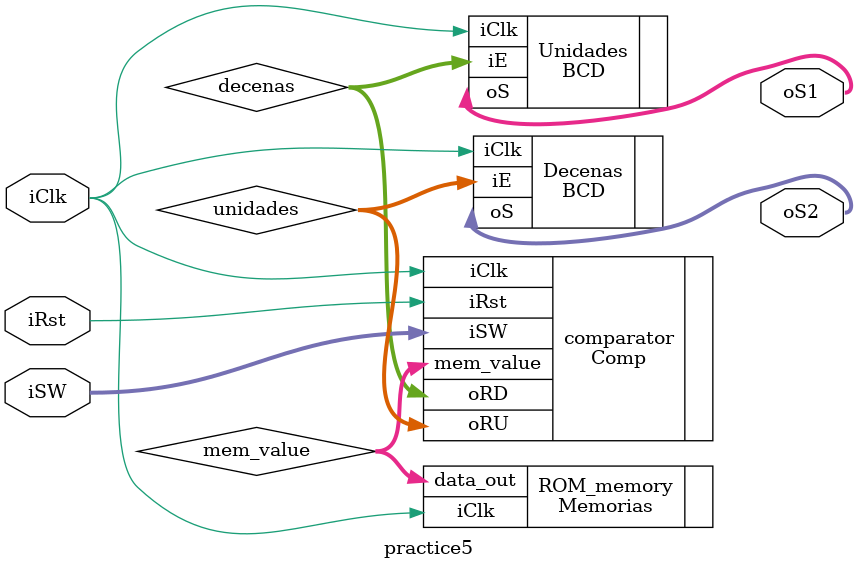
<source format=v>
module practice5(
	input iClk,
	input iRst,
	input [7:0]iSW,
	output [6:0]oS1,
	output [6:0]oS2
);

wire [7:0]mem_value;
wire [3:0]unidades;
wire [3:0]decenas;


Memorias ROM_memory(
.iClk (iClk),
.data_out (mem_value)
);

Comp comparator(
.iClk (iClk),
.iRst (iRst),
.mem_value (mem_value),
.iSW (iSW),
.oRU(unidades),
.oRD(decenas)
);

BCD Unidades(
.iE (decenas),
.iClk (iClk),
.oS (oS1)
);

BCD Decenas(
.iE (unidades),
.iClk (iClk),
.oS (oS2)
);

endmodule

</source>
